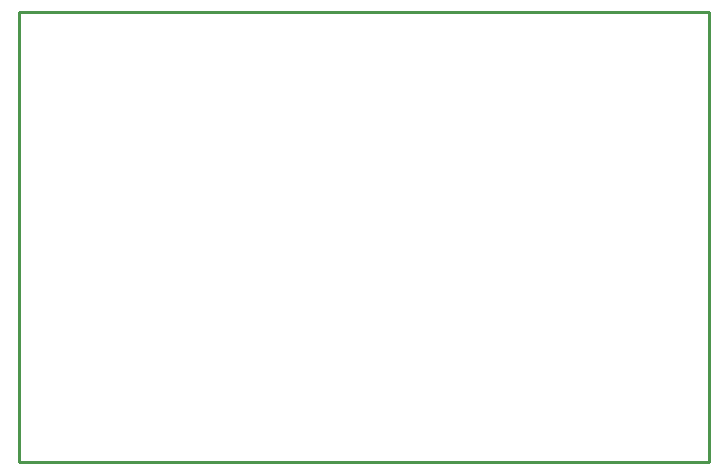
<source format=gbr>
G04 EAGLE Gerber RS-274X export*
G75*
%MOMM*%
%FSLAX34Y34*%
%LPD*%
%IN*%
%IPPOS*%
%AMOC8*
5,1,8,0,0,1.08239X$1,22.5*%
G01*
%ADD10C,0.254000*%


D10*
X-711200Y25400D02*
X-127200Y25400D01*
X-127200Y406400D01*
X-711200Y406400D01*
X-711200Y25400D01*
M02*

</source>
